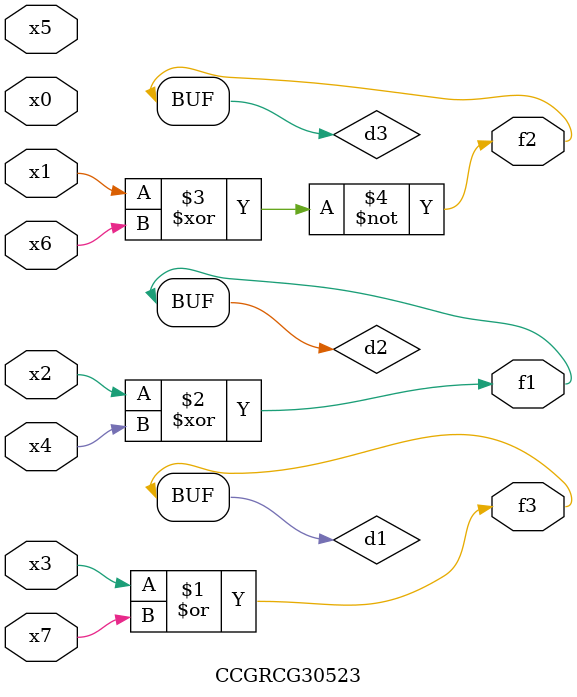
<source format=v>
module CCGRCG30523(
	input x0, x1, x2, x3, x4, x5, x6, x7,
	output f1, f2, f3
);

	wire d1, d2, d3;

	or (d1, x3, x7);
	xor (d2, x2, x4);
	xnor (d3, x1, x6);
	assign f1 = d2;
	assign f2 = d3;
	assign f3 = d1;
endmodule

</source>
